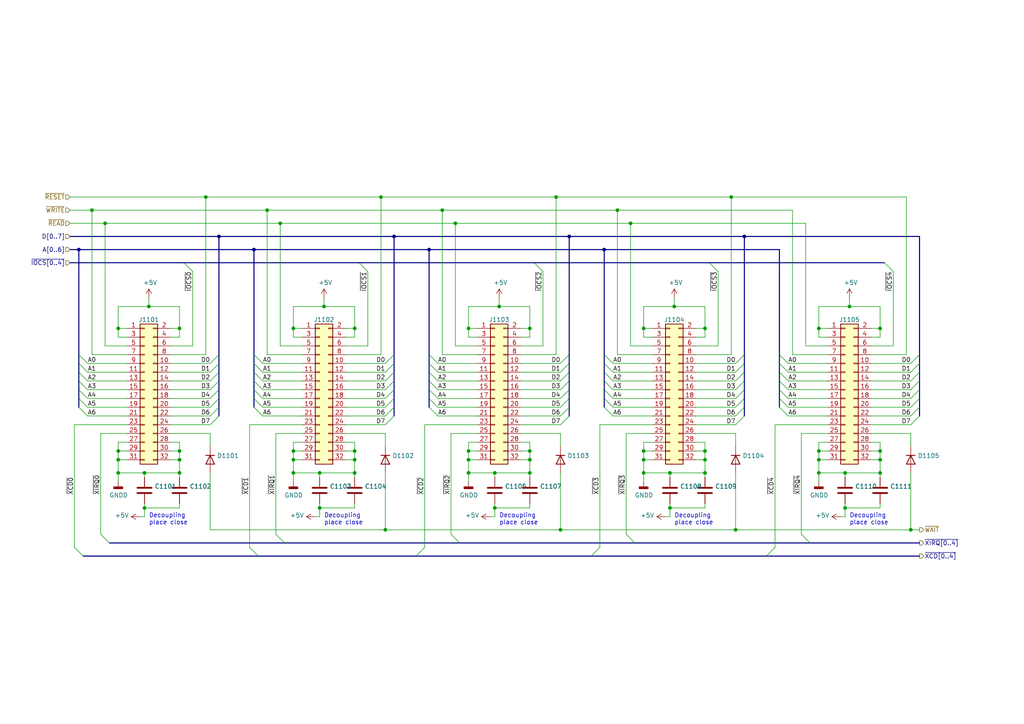
<source format=kicad_sch>
(kicad_sch (version 20211123) (generator eeschema)
  (paper "A4")
  (lib_symbols
    (symbol "Connector_Generic:Conn_02x16_Odd_Even" (pin_names (offset 1.016) hide)
      (property "Reference" "J" (at 1.27 20.32 0))
      (property "Value" "Conn_02x16_Odd_Even" (at 1.27 -22.86 0))
      (symbol "Conn_02x16_Odd_Even_1_1"
        (rectangle (start -1.27 -20.193) (end 0 -20.447) (stroke (width 0.1524)))
        (rectangle (start -1.27 -17.653) (end 0 -17.907) (stroke (width 0.1524)))
        (rectangle (start -1.27 -15.113) (end 0 -15.367) (stroke (width 0.1524)))
        (rectangle (start -1.27 -12.573) (end 0 -12.827) (stroke (width 0.1524)))
        (rectangle (start -1.27 -10.033) (end 0 -10.287) (stroke (width 0.1524)))
        (rectangle (start -1.27 -7.493) (end 0 -7.747) (stroke (width 0.1524)))
        (rectangle (start -1.27 -4.953) (end 0 -5.207) (stroke (width 0.1524)))
        (rectangle (start -1.27 -2.413) (end 0 -2.667) (stroke (width 0.1524)))
        (rectangle (start -1.27 0.127) (end 0 -0.127) (stroke (width 0.1524)))
        (rectangle (start -1.27 2.667) (end 0 2.413) (stroke (width 0.1524)))
        (rectangle (start -1.27 5.207) (end 0 4.953) (stroke (width 0.1524)))
        (rectangle (start -1.27 7.747) (end 0 7.493) (stroke (width 0.1524)))
        (rectangle (start -1.27 10.287) (end 0 10.033) (stroke (width 0.1524)))
        (rectangle (start -1.27 12.827) (end 0 12.573) (stroke (width 0.1524)))
        (rectangle (start -1.27 15.367) (end 0 15.113) (stroke (width 0.1524)))
        (rectangle (start -1.27 17.907) (end 0 17.653) (stroke (width 0.1524)))
        (rectangle (start -1.27 19.05) (end 3.81 -21.59) (stroke (width 0.254)) (fill (type background)))
        (rectangle (start 3.81 -20.193) (end 2.54 -20.447) (stroke (width 0.1524)))
        (rectangle (start 3.81 -17.653) (end 2.54 -17.907) (stroke (width 0.1524)))
        (rectangle (start 3.81 -15.113) (end 2.54 -15.367) (stroke (width 0.1524)))
        (rectangle (start 3.81 -12.573) (end 2.54 -12.827) (stroke (width 0.1524)))
        (rectangle (start 3.81 -10.033) (end 2.54 -10.287) (stroke (width 0.1524)))
        (rectangle (start 3.81 -7.493) (end 2.54 -7.747) (stroke (width 0.1524)))
        (rectangle (start 3.81 -4.953) (end 2.54 -5.207) (stroke (width 0.1524)))
        (rectangle (start 3.81 -2.413) (end 2.54 -2.667) (stroke (width 0.1524)))
        (rectangle (start 3.81 0.127) (end 2.54 -0.127) (stroke (width 0.1524)))
        (rectangle (start 3.81 2.667) (end 2.54 2.413) (stroke (width 0.1524)))
        (rectangle (start 3.81 5.207) (end 2.54 4.953) (stroke (width 0.1524)))
        (rectangle (start 3.81 7.747) (end 2.54 7.493) (stroke (width 0.1524)))
        (rectangle (start 3.81 10.287) (end 2.54 10.033) (stroke (width 0.1524)))
        (rectangle (start 3.81 12.827) (end 2.54 12.573) (stroke (width 0.1524)))
        (rectangle (start 3.81 15.367) (end 2.54 15.113) (stroke (width 0.1524)))
        (rectangle (start 3.81 17.907) (end 2.54 17.653) (stroke (width 0.1524)))
        (pin passive line (at -5.08 17.78 0) (length 3.81) (name "Pin_1") (number "1"))
        (pin passive line (at 7.62 7.62 180) (length 3.81) (name "Pin_10") (number "10"))
        (pin passive line (at -5.08 5.08 0) (length 3.81) (name "Pin_11") (number "11"))
        (pin passive line (at 7.62 5.08 180) (length 3.81) (name "Pin_12") (number "12"))
        (pin passive line (at -5.08 2.54 0) (length 3.81) (name "Pin_13") (number "13"))
        (pin passive line (at 7.62 2.54 180) (length 3.81) (name "Pin_14") (number "14"))
        (pin passive line (at -5.08 0 0) (length 3.81) (name "Pin_15") (number "15"))
        (pin passive line (at 7.62 0 180) (length 3.81) (name "Pin_16") (number "16"))
        (pin passive line (at -5.08 -2.54 0) (length 3.81) (name "Pin_17") (number "17"))
        (pin passive line (at 7.62 -2.54 180) (length 3.81) (name "Pin_18") (number "18"))
        (pin passive line (at -5.08 -5.08 0) (length 3.81) (name "Pin_19") (number "19"))
        (pin passive line (at 7.62 17.78 180) (length 3.81) (name "Pin_2") (number "2"))
        (pin passive line (at 7.62 -5.08 180) (length 3.81) (name "Pin_20") (number "20"))
        (pin passive line (at -5.08 -7.62 0) (length 3.81) (name "Pin_21") (number "21"))
        (pin passive line (at 7.62 -7.62 180) (length 3.81) (name "Pin_22") (number "22"))
        (pin passive line (at -5.08 -10.16 0) (length 3.81) (name "Pin_23") (number "23"))
        (pin passive line (at 7.62 -10.16 180) (length 3.81) (name "Pin_24") (number "24"))
        (pin passive line (at -5.08 -12.7 0) (length 3.81) (name "Pin_25") (number "25"))
        (pin passive line (at 7.62 -12.7 180) (length 3.81) (name "Pin_26") (number "26"))
        (pin passive line (at -5.08 -15.24 0) (length 3.81) (name "Pin_27") (number "27"))
        (pin passive line (at 7.62 -15.24 180) (length 3.81) (name "Pin_28") (number "28"))
        (pin passive line (at -5.08 -17.78 0) (length 3.81) (name "Pin_29") (number "29"))
        (pin passive line (at -5.08 15.24 0) (length 3.81) (name "Pin_3") (number "3"))
        (pin passive line (at 7.62 -17.78 180) (length 3.81) (name "Pin_30") (number "30"))
        (pin passive line (at -5.08 -20.32 0) (length 3.81) (name "Pin_31") (number "31"))
        (pin passive line (at 7.62 -20.32 180) (length 3.81) (name "Pin_32") (number "32"))
        (pin passive line (at 7.62 15.24 180) (length 3.81) (name "Pin_4") (number "4"))
        (pin passive line (at -5.08 12.7 0) (length 3.81) (name "Pin_5") (number "5"))
        (pin passive line (at 7.62 12.7 180) (length 3.81) (name "Pin_6") (number "6"))
        (pin passive line (at -5.08 10.16 0) (length 3.81) (name "Pin_7") (number "7"))
        (pin passive line (at 7.62 10.16 180) (length 3.81) (name "Pin_8") (number "8"))
        (pin passive line (at -5.08 7.62 0) (length 3.81) (name "Pin_9") (number "9"))
      )
    )
    (symbol "Device:C" (pin_numbers hide) (pin_names (offset 0.254))
      (property "Reference" "C" (at 0.635 2.54 0))
      (property "Value" "C" (at 0.635 -2.54 0))
      (symbol "C_0_1"
        (polyline (pts (xy -2.032 -0.762) (xy 2.032 -0.762)) (stroke (width 0.508)))
        (polyline (pts (xy -2.032 0.762) (xy 2.032 0.762)) (stroke (width 0.508)))
      )
      (symbol "C_1_1"
        (pin passive line (at 0 3.81 270) (length 2.794) (name "~") (number "1"))
        (pin passive line (at 0 -3.81 90) (length 2.794) (name "~") (number "2"))
      )
    )
    (symbol "Device:D" (pin_numbers hide) (pin_names (offset 1.016) hide)
      (property "Reference" "D" (at 0 2.54 0))
      (property "Value" "D" (at 0 -2.54 0))
      (symbol "D_0_1"
        (polyline (pts (xy -1.27 1.27) (xy -1.27 -1.27)) (stroke (width 0.254)))
        (polyline (pts (xy 1.27 0) (xy -1.27 0)))
        (polyline (pts (xy 1.27 1.27) (xy 1.27 -1.27) (xy -1.27 0) (xy 1.27 1.27)) (stroke (width 0.254)))
      )
      (symbol "D_1_1"
        (pin passive line (at -3.81 0 0) (length 2.54) (name "K") (number "1"))
        (pin passive line (at 3.81 0 180) (length 2.54) (name "A") (number "2"))
      )
    )
    (symbol "power:+5V" (power) (pin_names (offset 0))
      (property "Value" "+5V" (at 0 3.556 0))
      (symbol "+5V_0_1"
        (polyline (pts (xy -0.762 1.27) (xy 0 2.54)))
        (polyline (pts (xy 0 0) (xy 0 2.54)))
        (polyline (pts (xy 0 2.54) (xy 0.762 1.27)))
      )
      (symbol "+5V_1_1"
        (pin power_in line (at 0 0 90) (length 0) hide (name "+5V") (number "1"))
      )
    )
    (symbol "power:GNDD" (power) (pin_names (offset 0))
      (property "Value" "GNDD" (at 0 -3.175 0))
      (symbol "GNDD_0_1"
        (rectangle (start -1.27 -1.524) (end 1.27 -2.032) (stroke (width 0.254)) (fill (type outline)))
        (polyline (pts (xy 0 0) (xy 0 -1.524)))
      )
      (symbol "GNDD_1_1"
        (pin power_in line (at 0 0 270) (length 0) hide (name "GNDD") (number "1"))
      )
    )
  )
  (junction (at 237.49 95.25))
  (junction (at 132.08 64.77))
  (junction (at 59.69 57.15))
  (junction (at 63.5 68.58))
  (junction (at 52.07 130.81))
  (junction (at 102.87 130.81))
  (junction (at 153.67 130.81))
  (junction (at 204.47 130.81))
  (junction (at 195.58 88.9))
  (junction (at 153.67 137.16))
  (junction (at 213.36 153.67))
  (junction (at 111.76 153.67))
  (junction (at 255.27 137.16))
  (junction (at 135.89 95.25))
  (junction (at 186.69 137.16))
  (junction (at 128.27 60.96))
  (junction (at 161.29 57.15))
  (junction (at 30.48 64.77))
  (junction (at 110.49 57.15))
  (junction (at 22.86 72.39))
  (junction (at 186.69 130.81))
  (junction (at 135.89 137.16))
  (junction (at 85.09 133.35))
  (junction (at 41.91 147.32))
  (junction (at 34.29 137.16))
  (junction (at 153.67 133.35))
  (junction (at 135.89 130.81))
  (junction (at 255.27 95.25))
  (junction (at 52.07 137.16))
  (junction (at 245.11 147.32))
  (junction (at 73.66 72.39))
  (junction (at 194.31 147.32))
  (junction (at 144.78 88.9))
  (junction (at 34.29 95.25))
  (junction (at 237.49 137.16))
  (junction (at 215.9 68.58))
  (junction (at 204.47 137.16))
  (junction (at 102.87 137.16))
  (junction (at 85.09 137.16))
  (junction (at 93.98 88.9))
  (junction (at 182.88 64.77))
  (junction (at 81.28 64.77))
  (junction (at 255.27 130.81))
  (junction (at 237.49 130.81))
  (junction (at 52.07 133.35))
  (junction (at 194.31 137.16))
  (junction (at 165.1 68.58))
  (junction (at 26.67 60.96))
  (junction (at 85.09 130.81))
  (junction (at 237.49 133.35))
  (junction (at 85.09 95.25))
  (junction (at 92.71 137.16))
  (junction (at 186.69 133.35))
  (junction (at 245.11 137.16))
  (junction (at 41.91 137.16))
  (junction (at 175.26 72.39))
  (junction (at 246.38 88.9))
  (junction (at 143.51 147.32))
  (junction (at 264.16 153.67))
  (junction (at 114.3 68.58))
  (junction (at 124.46 72.39))
  (junction (at 34.29 130.81))
  (junction (at 92.71 147.32))
  (junction (at 204.47 133.35))
  (junction (at 34.29 133.35))
  (junction (at 102.87 133.35))
  (junction (at 162.56 153.67))
  (junction (at 212.09 57.15))
  (junction (at 179.07 60.96))
  (junction (at 52.07 95.25))
  (junction (at 135.89 133.35))
  (junction (at 43.18 88.9))
  (junction (at 204.47 95.25))
  (junction (at 255.27 133.35))
  (junction (at 143.51 137.16))
  (junction (at 186.69 95.25))
  (junction (at 153.67 95.25))
  (junction (at 102.87 95.25))
  (junction (at 77.47 60.96))
  (bus_entry (at 22.86 113.03) (size 2.54 2.54))
  (bus_entry (at 175.26 115.57) (size 2.54 2.54))
  (bus_entry (at 226.06 113.03) (size 2.54 2.54))
  (bus_entry (at 111.76 110.49) (size 2.54 -2.54))
  (bus_entry (at 264.16 118.11) (size 2.54 -2.54))
  (bus_entry (at 124.46 118.11) (size 2.54 2.54))
  (bus_entry (at 162.56 123.19) (size 2.54 -2.54))
  (bus_entry (at 82.55 157.48) (size -2.54 -2.54))
  (bus_entry (at 162.56 115.57) (size 2.54 -2.54))
  (bus_entry (at 175.26 107.95) (size 2.54 2.54))
  (bus_entry (at 175.26 110.49) (size 2.54 2.54))
  (bus_entry (at 213.36 105.41) (size 2.54 -2.54))
  (bus_entry (at 53.34 76.2) (size 2.54 2.54))
  (bus_entry (at 213.36 115.57) (size 2.54 -2.54))
  (bus_entry (at 226.06 110.49) (size 2.54 2.54))
  (bus_entry (at 213.36 123.19) (size 2.54 -2.54))
  (bus_entry (at 73.66 115.57) (size 2.54 2.54))
  (bus_entry (at 60.96 113.03) (size 2.54 -2.54))
  (bus_entry (at 111.76 118.11) (size 2.54 -2.54))
  (bus_entry (at 175.26 118.11) (size 2.54 2.54))
  (bus_entry (at 22.86 107.95) (size 2.54 2.54))
  (bus_entry (at 111.76 120.65) (size 2.54 -2.54))
  (bus_entry (at 60.96 115.57) (size 2.54 -2.54))
  (bus_entry (at 124.46 102.87) (size 2.54 2.54))
  (bus_entry (at 256.54 76.2) (size 2.54 2.54))
  (bus_entry (at 175.26 113.03) (size 2.54 2.54))
  (bus_entry (at 133.35 157.48) (size -2.54 -2.54))
  (bus_entry (at 264.16 120.65) (size 2.54 -2.54))
  (bus_entry (at 60.96 110.49) (size 2.54 -2.54))
  (bus_entry (at 226.06 115.57) (size 2.54 2.54))
  (bus_entry (at 264.16 105.41) (size 2.54 -2.54))
  (bus_entry (at 73.66 110.49) (size 2.54 2.54))
  (bus_entry (at 234.95 157.48) (size -2.54 -2.54))
  (bus_entry (at 73.66 105.41) (size 2.54 2.54))
  (bus_entry (at 124.46 115.57) (size 2.54 2.54))
  (bus_entry (at 162.56 110.49) (size 2.54 -2.54))
  (bus_entry (at 226.06 107.95) (size 2.54 2.54))
  (bus_entry (at 264.16 123.19) (size 2.54 -2.54))
  (bus_entry (at 162.56 120.65) (size 2.54 -2.54))
  (bus_entry (at 226.06 105.41) (size 2.54 2.54))
  (bus_entry (at 22.86 115.57) (size 2.54 2.54))
  (bus_entry (at 175.26 102.87) (size 2.54 2.54))
  (bus_entry (at 213.36 118.11) (size 2.54 -2.54))
  (bus_entry (at 162.56 113.03) (size 2.54 -2.54))
  (bus_entry (at 31.75 157.48) (size -2.54 -2.54))
  (bus_entry (at 60.96 123.19) (size 2.54 -2.54))
  (bus_entry (at 205.74 76.2) (size 2.54 2.54))
  (bus_entry (at 124.46 107.95) (size 2.54 2.54))
  (bus_entry (at 171.45 161.29) (size 2.54 -2.54))
  (bus_entry (at 111.76 113.03) (size 2.54 -2.54))
  (bus_entry (at 73.66 113.03) (size 2.54 2.54))
  (bus_entry (at 213.36 113.03) (size 2.54 -2.54))
  (bus_entry (at 111.76 115.57) (size 2.54 -2.54))
  (bus_entry (at 213.36 120.65) (size 2.54 -2.54))
  (bus_entry (at 74.93 161.29) (size -2.54 -2.54))
  (bus_entry (at 104.14 76.2) (size 2.54 2.54))
  (bus_entry (at 60.96 120.65) (size 2.54 -2.54))
  (bus_entry (at 73.66 118.11) (size 2.54 2.54))
  (bus_entry (at 213.36 107.95) (size 2.54 -2.54))
  (bus_entry (at 264.16 113.03) (size 2.54 -2.54))
  (bus_entry (at 175.26 105.41) (size 2.54 2.54))
  (bus_entry (at 222.25 161.29) (size 2.54 -2.54))
  (bus_entry (at 22.86 118.11) (size 2.54 2.54))
  (bus_entry (at 123.19 158.75) (size -2.54 2.54))
  (bus_entry (at 226.06 102.87) (size 2.54 2.54))
  (bus_entry (at 60.96 105.41) (size 2.54 -2.54))
  (bus_entry (at 21.59 158.75) (size 2.54 2.54))
  (bus_entry (at 154.94 76.2) (size 2.54 2.54))
  (bus_entry (at 162.56 118.11) (size 2.54 -2.54))
  (bus_entry (at 226.06 118.11) (size 2.54 2.54))
  (bus_entry (at 162.56 105.41) (size 2.54 -2.54))
  (bus_entry (at 60.96 118.11) (size 2.54 -2.54))
  (bus_entry (at 111.76 107.95) (size 2.54 -2.54))
  (bus_entry (at 124.46 105.41) (size 2.54 2.54))
  (bus_entry (at 213.36 110.49) (size 2.54 -2.54))
  (bus_entry (at 124.46 110.49) (size 2.54 2.54))
  (bus_entry (at 60.96 107.95) (size 2.54 -2.54))
  (bus_entry (at 162.56 107.95) (size 2.54 -2.54))
  (bus_entry (at 264.16 110.49) (size 2.54 -2.54))
  (bus_entry (at 264.16 115.57) (size 2.54 -2.54))
  (bus_entry (at 22.86 110.49) (size 2.54 2.54))
  (bus_entry (at 111.76 123.19) (size 2.54 -2.54))
  (bus_entry (at 73.66 102.87) (size 2.54 2.54))
  (bus_entry (at 264.16 107.95) (size 2.54 -2.54))
  (bus_entry (at 111.76 105.41) (size 2.54 -2.54))
  (bus_entry (at 73.66 107.95) (size 2.54 2.54))
  (bus_entry (at 184.15 157.48) (size -2.54 -2.54))
  (bus_entry (at 124.46 113.03) (size 2.54 2.54))
  (bus_entry (at 22.86 102.87) (size 2.54 2.54))
  (bus_entry (at 22.86 105.41) (size 2.54 2.54))
  (wire (pts (xy 102.87 138.43) (xy 102.87 137.16)))
  (wire (pts (xy 49.53 97.79) (xy 52.07 97.79)))
  (bus (pts (xy 53.34 76.2) (xy 104.14 76.2)))
  (wire (pts (xy 59.69 57.15) (xy 110.49 57.15)))
  (wire (pts (xy 36.83 130.81) (xy 34.29 130.81)))
  (wire (pts (xy 130.81 154.94) (xy 130.81 125.73)))
  (wire (pts (xy 151.13 128.27) (xy 153.67 128.27)))
  (wire (pts (xy 36.83 133.35) (xy 34.29 133.35)))
  (wire (pts (xy 161.29 102.87) (xy 151.13 102.87)))
  (wire (pts (xy 195.58 86.36) (xy 195.58 88.9)))
  (wire (pts (xy 92.71 137.16) (xy 102.87 137.16)))
  (wire (pts (xy 189.23 97.79) (xy 186.69 97.79)))
  (wire (pts (xy 93.98 86.36) (xy 93.98 88.9)))
  (bus (pts (xy 165.1 102.87) (xy 165.1 105.41)))
  (bus (pts (xy 22.86 115.57) (xy 22.86 118.11)))
  (wire (pts (xy 186.69 137.16) (xy 194.31 137.16)))
  (bus (pts (xy 165.1 115.57) (xy 165.1 118.11)))
  (wire (pts (xy 177.8 115.57) (xy 189.23 115.57)))
  (bus (pts (xy 63.5 115.57) (xy 63.5 118.11)))
  (wire (pts (xy 264.16 115.57) (xy 252.73 115.57)))
  (wire (pts (xy 40.64 149.86) (xy 41.91 149.86)))
  (wire (pts (xy 130.81 125.73) (xy 138.43 125.73)))
  (wire (pts (xy 87.63 107.95) (xy 76.2 107.95)))
  (wire (pts (xy 264.16 110.49) (xy 252.73 110.49)))
  (wire (pts (xy 161.29 57.15) (xy 161.29 102.87)))
  (bus (pts (xy 114.3 102.87) (xy 114.3 105.41)))
  (wire (pts (xy 213.36 110.49) (xy 201.93 110.49)))
  (bus (pts (xy 171.45 161.29) (xy 222.25 161.29)))
  (wire (pts (xy 60.96 110.49) (xy 49.53 110.49)))
  (wire (pts (xy 20.32 60.96) (xy 26.67 60.96)))
  (wire (pts (xy 43.18 88.9) (xy 52.07 88.9)))
  (wire (pts (xy 204.47 95.25) (xy 204.47 88.9)))
  (bus (pts (xy 22.86 102.87) (xy 22.86 105.41)))
  (wire (pts (xy 213.36 120.65) (xy 201.93 120.65)))
  (wire (pts (xy 157.48 100.33) (xy 151.13 100.33)))
  (wire (pts (xy 110.49 102.87) (xy 100.33 102.87)))
  (wire (pts (xy 49.53 95.25) (xy 52.07 95.25)))
  (wire (pts (xy 173.99 123.19) (xy 189.23 123.19)))
  (wire (pts (xy 201.93 133.35) (xy 204.47 133.35)))
  (wire (pts (xy 153.67 133.35) (xy 153.67 137.16)))
  (bus (pts (xy 226.06 102.87) (xy 226.06 105.41)))
  (wire (pts (xy 138.43 97.79) (xy 135.89 97.79)))
  (wire (pts (xy 142.24 149.86) (xy 143.51 149.86)))
  (wire (pts (xy 34.29 137.16) (xy 41.91 137.16)))
  (wire (pts (xy 262.89 102.87) (xy 252.73 102.87)))
  (bus (pts (xy 114.3 110.49) (xy 114.3 113.03)))
  (bus (pts (xy 114.3 107.95) (xy 114.3 110.49)))
  (bus (pts (xy 266.7 105.41) (xy 266.7 107.95)))
  (wire (pts (xy 151.13 130.81) (xy 153.67 130.81)))
  (bus (pts (xy 124.46 72.39) (xy 124.46 102.87)))
  (wire (pts (xy 259.08 100.33) (xy 252.73 100.33)))
  (bus (pts (xy 114.3 113.03) (xy 114.3 115.57)))
  (bus (pts (xy 124.46 102.87) (xy 124.46 105.41)))
  (wire (pts (xy 85.09 88.9) (xy 93.98 88.9)))
  (wire (pts (xy 240.03 95.25) (xy 237.49 95.25)))
  (wire (pts (xy 213.36 125.73) (xy 213.36 129.54)))
  (bus (pts (xy 226.06 110.49) (xy 226.06 113.03)))
  (wire (pts (xy 26.67 60.96) (xy 26.67 102.87)))
  (wire (pts (xy 60.96 125.73) (xy 49.53 125.73)))
  (wire (pts (xy 255.27 97.79) (xy 255.27 95.25)))
  (bus (pts (xy 104.14 76.2) (xy 154.94 76.2)))
  (wire (pts (xy 255.27 130.81) (xy 255.27 133.35)))
  (wire (pts (xy 87.63 133.35) (xy 85.09 133.35)))
  (wire (pts (xy 135.89 137.16) (xy 143.51 137.16)))
  (wire (pts (xy 232.41 154.94) (xy 232.41 125.73)))
  (wire (pts (xy 102.87 133.35) (xy 102.87 137.16)))
  (wire (pts (xy 144.78 88.9) (xy 153.67 88.9)))
  (wire (pts (xy 111.76 118.11) (xy 100.33 118.11)))
  (bus (pts (xy 175.26 107.95) (xy 175.26 110.49)))
  (wire (pts (xy 189.23 107.95) (xy 177.8 107.95)))
  (bus (pts (xy 226.06 107.95) (xy 226.06 110.49)))
  (wire (pts (xy 59.69 57.15) (xy 59.69 102.87)))
  (wire (pts (xy 100.33 128.27) (xy 102.87 128.27)))
  (bus (pts (xy 266.7 107.95) (xy 266.7 110.49)))
  (wire (pts (xy 208.28 100.33) (xy 201.93 100.33)))
  (wire (pts (xy 162.56 125.73) (xy 162.56 129.54)))
  (wire (pts (xy 85.09 137.16) (xy 92.71 137.16)))
  (wire (pts (xy 30.48 64.77) (xy 30.48 100.33)))
  (wire (pts (xy 25.4 110.49) (xy 36.83 110.49)))
  (wire (pts (xy 43.18 86.36) (xy 43.18 88.9)))
  (wire (pts (xy 237.49 133.35) (xy 237.49 137.16)))
  (wire (pts (xy 102.87 128.27) (xy 102.87 130.81)))
  (wire (pts (xy 127 115.57) (xy 138.43 115.57)))
  (wire (pts (xy 77.47 102.87) (xy 87.63 102.87)))
  (wire (pts (xy 186.69 95.25) (xy 186.69 88.9)))
  (wire (pts (xy 189.23 95.25) (xy 186.69 95.25)))
  (wire (pts (xy 21.59 158.75) (xy 21.59 123.19)))
  (wire (pts (xy 245.11 137.16) (xy 255.27 137.16)))
  (wire (pts (xy 127 105.41) (xy 138.43 105.41)))
  (wire (pts (xy 55.88 100.33) (xy 49.53 100.33)))
  (wire (pts (xy 232.41 125.73) (xy 240.03 125.73)))
  (bus (pts (xy 175.26 105.41) (xy 175.26 107.95)))
  (wire (pts (xy 41.91 146.05) (xy 41.91 147.32)))
  (wire (pts (xy 204.47 97.79) (xy 204.47 95.25)))
  (wire (pts (xy 151.13 97.79) (xy 153.67 97.79)))
  (wire (pts (xy 213.36 118.11) (xy 201.93 118.11)))
  (wire (pts (xy 213.36 107.95) (xy 201.93 107.95)))
  (wire (pts (xy 143.51 146.05) (xy 143.51 147.32)))
  (wire (pts (xy 106.68 78.74) (xy 106.68 100.33)))
  (wire (pts (xy 30.48 64.77) (xy 81.28 64.77)))
  (wire (pts (xy 76.2 115.57) (xy 87.63 115.57)))
  (wire (pts (xy 87.63 97.79) (xy 85.09 97.79)))
  (wire (pts (xy 100.33 133.35) (xy 102.87 133.35)))
  (wire (pts (xy 52.07 95.25) (xy 52.07 88.9)))
  (bus (pts (xy 63.5 102.87) (xy 63.5 105.41)))
  (bus (pts (xy 22.86 110.49) (xy 22.86 113.03)))
  (bus (pts (xy 24.13 161.29) (xy 74.93 161.29)))
  (wire (pts (xy 26.67 60.96) (xy 77.47 60.96)))
  (bus (pts (xy 63.5 68.58) (xy 114.3 68.58)))
  (wire (pts (xy 111.76 125.73) (xy 100.33 125.73)))
  (wire (pts (xy 87.63 95.25) (xy 85.09 95.25)))
  (wire (pts (xy 189.23 125.73) (xy 181.61 125.73)))
  (wire (pts (xy 111.76 115.57) (xy 100.33 115.57)))
  (wire (pts (xy 173.99 158.75) (xy 173.99 123.19)))
  (bus (pts (xy 266.7 68.58) (xy 266.7 102.87)))
  (wire (pts (xy 102.87 95.25) (xy 102.87 88.9)))
  (bus (pts (xy 215.9 102.87) (xy 215.9 105.41)))
  (bus (pts (xy 63.5 68.58) (xy 63.5 102.87)))
  (wire (pts (xy 189.23 130.81) (xy 186.69 130.81)))
  (wire (pts (xy 186.69 97.79) (xy 186.69 95.25)))
  (wire (pts (xy 135.89 139.7) (xy 135.89 137.16)))
  (wire (pts (xy 34.29 88.9) (xy 43.18 88.9)))
  (wire (pts (xy 36.83 125.73) (xy 29.21 125.73)))
  (wire (pts (xy 41.91 137.16) (xy 52.07 137.16)))
  (wire (pts (xy 132.08 64.77) (xy 132.08 100.33)))
  (bus (pts (xy 175.26 72.39) (xy 175.26 102.87)))
  (wire (pts (xy 179.07 60.96) (xy 229.87 60.96)))
  (wire (pts (xy 34.29 97.79) (xy 34.29 95.25)))
  (wire (pts (xy 228.6 115.57) (xy 240.03 115.57)))
  (wire (pts (xy 204.47 128.27) (xy 204.47 130.81)))
  (wire (pts (xy 162.56 137.16) (xy 162.56 153.67)))
  (wire (pts (xy 49.53 128.27) (xy 52.07 128.27)))
  (wire (pts (xy 60.96 115.57) (xy 49.53 115.57)))
  (wire (pts (xy 60.96 120.65) (xy 49.53 120.65)))
  (wire (pts (xy 52.07 147.32) (xy 52.07 146.05)))
  (bus (pts (xy 215.9 107.95) (xy 215.9 110.49)))
  (wire (pts (xy 237.49 95.25) (xy 237.49 88.9)))
  (wire (pts (xy 237.49 130.81) (xy 237.49 133.35)))
  (bus (pts (xy 73.66 72.39) (xy 124.46 72.39)))
  (wire (pts (xy 204.47 133.35) (xy 204.47 137.16)))
  (wire (pts (xy 193.04 149.86) (xy 194.31 149.86)))
  (wire (pts (xy 36.83 97.79) (xy 34.29 97.79)))
  (wire (pts (xy 111.76 125.73) (xy 111.76 129.54)))
  (wire (pts (xy 162.56 105.41) (xy 151.13 105.41)))
  (bus (pts (xy 22.86 72.39) (xy 73.66 72.39)))
  (wire (pts (xy 189.23 118.11) (xy 177.8 118.11)))
  (bus (pts (xy 222.25 161.29) (xy 266.7 161.29)))
  (wire (pts (xy 153.67 130.81) (xy 153.67 133.35)))
  (wire (pts (xy 245.11 149.86) (xy 245.11 147.32)))
  (bus (pts (xy 175.26 102.87) (xy 175.26 105.41)))
  (wire (pts (xy 85.09 97.79) (xy 85.09 95.25)))
  (wire (pts (xy 135.89 130.81) (xy 135.89 133.35)))
  (bus (pts (xy 154.94 76.2) (xy 205.74 76.2)))
  (bus (pts (xy 22.86 105.41) (xy 22.86 107.95)))
  (wire (pts (xy 25.4 105.41) (xy 36.83 105.41)))
  (wire (pts (xy 36.83 113.03) (xy 25.4 113.03)))
  (wire (pts (xy 143.51 138.43) (xy 143.51 137.16)))
  (wire (pts (xy 245.11 138.43) (xy 245.11 137.16)))
  (wire (pts (xy 255.27 133.35) (xy 255.27 137.16)))
  (wire (pts (xy 111.76 113.03) (xy 100.33 113.03)))
  (bus (pts (xy 73.66 102.87) (xy 73.66 105.41)))
  (wire (pts (xy 186.69 128.27) (xy 186.69 130.81)))
  (wire (pts (xy 204.47 138.43) (xy 204.47 137.16)))
  (bus (pts (xy 266.7 113.03) (xy 266.7 115.57)))
  (wire (pts (xy 245.11 146.05) (xy 245.11 147.32)))
  (wire (pts (xy 213.36 115.57) (xy 201.93 115.57)))
  (wire (pts (xy 240.03 128.27) (xy 237.49 128.27)))
  (wire (pts (xy 102.87 130.81) (xy 102.87 133.35)))
  (wire (pts (xy 60.96 137.16) (xy 60.96 153.67)))
  (wire (pts (xy 162.56 107.95) (xy 151.13 107.95)))
  (wire (pts (xy 240.03 107.95) (xy 228.6 107.95)))
  (bus (pts (xy 63.5 107.95) (xy 63.5 110.49)))
  (bus (pts (xy 215.9 115.57) (xy 215.9 118.11)))
  (wire (pts (xy 181.61 154.94) (xy 181.61 125.73)))
  (wire (pts (xy 138.43 95.25) (xy 135.89 95.25)))
  (wire (pts (xy 243.84 149.86) (xy 245.11 149.86)))
  (wire (pts (xy 153.67 97.79) (xy 153.67 95.25)))
  (bus (pts (xy 73.66 105.41) (xy 73.66 107.95)))
  (bus (pts (xy 74.93 161.29) (xy 120.65 161.29)))
  (wire (pts (xy 85.09 95.25) (xy 85.09 88.9)))
  (wire (pts (xy 162.56 123.19) (xy 151.13 123.19)))
  (wire (pts (xy 151.13 133.35) (xy 153.67 133.35)))
  (wire (pts (xy 34.29 95.25) (xy 34.29 88.9)))
  (wire (pts (xy 194.31 147.32) (xy 204.47 147.32)))
  (wire (pts (xy 233.68 100.33) (xy 240.03 100.33)))
  (wire (pts (xy 213.36 153.67) (xy 264.16 153.67)))
  (bus (pts (xy 124.46 110.49) (xy 124.46 113.03)))
  (wire (pts (xy 229.87 60.96) (xy 229.87 102.87)))
  (wire (pts (xy 87.63 128.27) (xy 85.09 128.27)))
  (wire (pts (xy 229.87 102.87) (xy 240.03 102.87)))
  (wire (pts (xy 100.33 95.25) (xy 102.87 95.25)))
  (bus (pts (xy 215.9 113.03) (xy 215.9 115.57)))
  (wire (pts (xy 80.01 154.94) (xy 80.01 125.73)))
  (wire (pts (xy 138.43 128.27) (xy 135.89 128.27)))
  (bus (pts (xy 114.3 68.58) (xy 114.3 102.87)))
  (wire (pts (xy 36.83 118.11) (xy 25.4 118.11)))
  (wire (pts (xy 213.36 137.16) (xy 213.36 153.67)))
  (wire (pts (xy 52.07 130.81) (xy 52.07 133.35)))
  (wire (pts (xy 194.31 146.05) (xy 194.31 147.32)))
  (bus (pts (xy 63.5 113.03) (xy 63.5 115.57)))
  (wire (pts (xy 21.59 123.19) (xy 36.83 123.19)))
  (wire (pts (xy 264.16 105.41) (xy 252.73 105.41)))
  (wire (pts (xy 144.78 86.36) (xy 144.78 88.9)))
  (wire (pts (xy 77.47 60.96) (xy 128.27 60.96)))
  (wire (pts (xy 52.07 97.79) (xy 52.07 95.25)))
  (wire (pts (xy 151.13 95.25) (xy 153.67 95.25)))
  (wire (pts (xy 237.49 88.9) (xy 246.38 88.9)))
  (wire (pts (xy 240.03 113.03) (xy 228.6 113.03)))
  (wire (pts (xy 237.49 128.27) (xy 237.49 130.81)))
  (wire (pts (xy 264.16 123.19) (xy 252.73 123.19)))
  (wire (pts (xy 189.23 113.03) (xy 177.8 113.03)))
  (wire (pts (xy 55.88 78.74) (xy 55.88 100.33)))
  (wire (pts (xy 162.56 125.73) (xy 151.13 125.73)))
  (wire (pts (xy 212.09 57.15) (xy 212.09 102.87)))
  (bus (pts (xy 266.7 102.87) (xy 266.7 105.41)))
  (bus (pts (xy 124.46 72.39) (xy 175.26 72.39)))
  (wire (pts (xy 186.69 88.9) (xy 195.58 88.9)))
  (wire (pts (xy 237.49 97.79) (xy 237.49 95.25)))
  (wire (pts (xy 153.67 138.43) (xy 153.67 137.16)))
  (bus (pts (xy 73.66 107.95) (xy 73.66 110.49)))
  (wire (pts (xy 135.89 97.79) (xy 135.89 95.25)))
  (wire (pts (xy 162.56 115.57) (xy 151.13 115.57)))
  (wire (pts (xy 228.6 105.41) (xy 240.03 105.41)))
  (wire (pts (xy 213.36 113.03) (xy 201.93 113.03)))
  (bus (pts (xy 215.9 68.58) (xy 266.7 68.58)))
  (bus (pts (xy 20.32 72.39) (xy 22.86 72.39)))
  (wire (pts (xy 20.32 64.77) (xy 30.48 64.77)))
  (wire (pts (xy 143.51 137.16) (xy 153.67 137.16)))
  (wire (pts (xy 162.56 110.49) (xy 151.13 110.49)))
  (bus (pts (xy 114.3 68.58) (xy 165.1 68.58)))
  (wire (pts (xy 252.73 130.81) (xy 255.27 130.81)))
  (bus (pts (xy 175.26 110.49) (xy 175.26 113.03)))
  (wire (pts (xy 264.16 113.03) (xy 252.73 113.03)))
  (wire (pts (xy 123.19 158.75) (xy 123.19 123.19)))
  (bus (pts (xy 165.1 68.58) (xy 215.9 68.58)))
  (wire (pts (xy 252.73 95.25) (xy 255.27 95.25)))
  (bus (pts (xy 63.5 105.41) (xy 63.5 107.95)))
  (bus (pts (xy 215.9 105.41) (xy 215.9 107.95)))
  (wire (pts (xy 157.48 78.74) (xy 157.48 100.33)))
  (bus (pts (xy 82.55 157.48) (xy 133.35 157.48)))
  (wire (pts (xy 25.4 115.57) (xy 36.83 115.57)))
  (bus (pts (xy 20.32 76.2) (xy 53.34 76.2)))
  (wire (pts (xy 204.47 130.81) (xy 204.47 133.35)))
  (wire (pts (xy 240.03 118.11) (xy 228.6 118.11)))
  (wire (pts (xy 135.89 95.25) (xy 135.89 88.9)))
  (wire (pts (xy 255.27 128.27) (xy 255.27 130.81)))
  (bus (pts (xy 22.86 113.03) (xy 22.86 115.57)))
  (wire (pts (xy 177.8 105.41) (xy 189.23 105.41)))
  (wire (pts (xy 41.91 149.86) (xy 41.91 147.32)))
  (wire (pts (xy 110.49 57.15) (xy 161.29 57.15)))
  (wire (pts (xy 36.83 107.95) (xy 25.4 107.95)))
  (wire (pts (xy 252.73 97.79) (xy 255.27 97.79)))
  (wire (pts (xy 213.36 125.73) (xy 201.93 125.73)))
  (wire (pts (xy 204.47 147.32) (xy 204.47 146.05)))
  (wire (pts (xy 60.96 125.73) (xy 60.96 129.54)))
  (wire (pts (xy 92.71 149.86) (xy 92.71 147.32)))
  (bus (pts (xy 184.15 157.48) (xy 234.95 157.48)))
  (wire (pts (xy 138.43 118.11) (xy 127 118.11)))
  (bus (pts (xy 124.46 115.57) (xy 124.46 118.11)))
  (wire (pts (xy 132.08 100.33) (xy 138.43 100.33)))
  (wire (pts (xy 201.93 95.25) (xy 204.47 95.25)))
  (wire (pts (xy 182.88 64.77) (xy 182.88 100.33)))
  (wire (pts (xy 208.28 78.74) (xy 208.28 100.33)))
  (wire (pts (xy 36.83 95.25) (xy 34.29 95.25)))
  (wire (pts (xy 233.68 64.77) (xy 233.68 100.33)))
  (wire (pts (xy 92.71 146.05) (xy 92.71 147.32)))
  (wire (pts (xy 240.03 97.79) (xy 237.49 97.79)))
  (bus (pts (xy 22.86 72.39) (xy 22.86 102.87)))
  (wire (pts (xy 194.31 138.43) (xy 194.31 137.16)))
  (wire (pts (xy 111.76 110.49) (xy 100.33 110.49)))
  (bus (pts (xy 31.75 157.48) (xy 82.55 157.48)))
  (wire (pts (xy 111.76 137.16) (xy 111.76 153.67)))
  (wire (pts (xy 177.8 110.49) (xy 189.23 110.49)))
  (wire (pts (xy 127 110.49) (xy 138.43 110.49)))
  (wire (pts (xy 41.91 147.32) (xy 52.07 147.32)))
  (wire (pts (xy 138.43 107.95) (xy 127 107.95)))
  (wire (pts (xy 100.33 130.81) (xy 102.87 130.81)))
  (wire (pts (xy 201.93 130.81) (xy 204.47 130.81)))
  (wire (pts (xy 246.38 88.9) (xy 255.27 88.9)))
  (bus (pts (xy 175.26 72.39) (xy 226.06 72.39)))
  (wire (pts (xy 77.47 60.96) (xy 77.47 102.87)))
  (wire (pts (xy 60.96 113.03) (xy 49.53 113.03)))
  (wire (pts (xy 52.07 138.43) (xy 52.07 137.16)))
  (wire (pts (xy 194.31 137.16) (xy 204.47 137.16)))
  (wire (pts (xy 135.89 133.35) (xy 135.89 137.16)))
  (wire (pts (xy 255.27 95.25) (xy 255.27 88.9)))
  (wire (pts (xy 60.96 118.11) (xy 49.53 118.11)))
  (wire (pts (xy 182.88 64.77) (xy 132.08 64.77)))
  (wire (pts (xy 224.79 123.19) (xy 240.03 123.19)))
  (bus (pts (xy 165.1 107.95) (xy 165.1 110.49)))
  (wire (pts (xy 153.67 128.27) (xy 153.67 130.81)))
  (wire (pts (xy 36.83 128.27) (xy 34.29 128.27)))
  (wire (pts (xy 264.16 137.16) (xy 264.16 153.67)))
  (wire (pts (xy 259.08 78.74) (xy 259.08 100.33)))
  (wire (pts (xy 52.07 133.35) (xy 52.07 137.16)))
  (wire (pts (xy 110.49 57.15) (xy 110.49 102.87)))
  (wire (pts (xy 228.6 120.65) (xy 240.03 120.65)))
  (wire (pts (xy 138.43 130.81) (xy 135.89 130.81)))
  (wire (pts (xy 81.28 100.33) (xy 87.63 100.33)))
  (wire (pts (xy 102.87 147.32) (xy 102.87 146.05)))
  (wire (pts (xy 34.29 133.35) (xy 34.29 137.16)))
  (wire (pts (xy 49.53 133.35) (xy 52.07 133.35)))
  (wire (pts (xy 72.39 158.75) (xy 72.39 123.19)))
  (wire (pts (xy 264.16 125.73) (xy 264.16 129.54)))
  (wire (pts (xy 153.67 147.32) (xy 153.67 146.05)))
  (wire (pts (xy 135.89 128.27) (xy 135.89 130.81)))
  (wire (pts (xy 123.19 123.19) (xy 138.43 123.19)))
  (wire (pts (xy 59.69 102.87) (xy 49.53 102.87)))
  (wire (pts (xy 252.73 128.27) (xy 255.27 128.27)))
  (bus (pts (xy 114.3 118.11) (xy 114.3 120.65)))
  (bus (pts (xy 226.06 113.03) (xy 226.06 115.57)))
  (wire (pts (xy 201.93 128.27) (xy 204.47 128.27)))
  (bus (pts (xy 205.74 76.2) (xy 256.54 76.2)))
  (wire (pts (xy 213.36 123.19) (xy 201.93 123.19)))
  (wire (pts (xy 233.68 64.77) (xy 182.88 64.77)))
  (wire (pts (xy 34.29 139.7) (xy 34.29 137.16)))
  (bus (pts (xy 175.26 115.57) (xy 175.26 118.11)))
  (wire (pts (xy 60.96 123.19) (xy 49.53 123.19)))
  (wire (pts (xy 237.49 139.7) (xy 237.49 137.16)))
  (wire (pts (xy 246.38 86.36) (xy 246.38 88.9)))
  (wire (pts (xy 212.09 57.15) (xy 262.89 57.15)))
  (wire (pts (xy 135.89 88.9) (xy 144.78 88.9)))
  (bus (pts (xy 114.3 105.41) (xy 114.3 107.95)))
  (bus (pts (xy 63.5 118.11) (xy 63.5 120.65)))
  (wire (pts (xy 194.31 149.86) (xy 194.31 147.32)))
  (bus (pts (xy 114.3 115.57) (xy 114.3 118.11)))
  (wire (pts (xy 49.53 130.81) (xy 52.07 130.81)))
  (bus (pts (xy 226.06 115.57) (xy 226.06 118.11)))
  (wire (pts (xy 76.2 105.41) (xy 87.63 105.41)))
  (wire (pts (xy 189.23 128.27) (xy 186.69 128.27)))
  (wire (pts (xy 81.28 64.77) (xy 132.08 64.77)))
  (wire (pts (xy 93.98 88.9) (xy 102.87 88.9)))
  (bus (pts (xy 165.1 110.49) (xy 165.1 113.03)))
  (bus (pts (xy 20.32 68.58) (xy 63.5 68.58)))
  (wire (pts (xy 80.01 125.73) (xy 87.63 125.73)))
  (wire (pts (xy 41.91 138.43) (xy 41.91 137.16)))
  (wire (pts (xy 255.27 147.32) (xy 255.27 146.05)))
  (wire (pts (xy 106.68 100.33) (xy 100.33 100.33)))
  (wire (pts (xy 76.2 120.65) (xy 87.63 120.65)))
  (wire (pts (xy 111.76 120.65) (xy 100.33 120.65)))
  (wire (pts (xy 138.43 133.35) (xy 135.89 133.35)))
  (wire (pts (xy 30.48 100.33) (xy 36.83 100.33)))
  (bus (pts (xy 266.7 118.11) (xy 266.7 120.65)))
  (wire (pts (xy 262.89 57.15) (xy 262.89 102.87)))
  (bus (pts (xy 175.26 113.03) (xy 175.26 115.57)))
  (wire (pts (xy 60.96 107.95) (xy 49.53 107.95)))
  (wire (pts (xy 34.29 130.81) (xy 34.29 133.35)))
  (wire (pts (xy 212.09 102.87) (xy 201.93 102.87)))
  (wire (pts (xy 162.56 153.67) (xy 111.76 153.67)))
  (bus (pts (xy 234.95 157.48) (xy 266.7 157.48)))
  (wire (pts (xy 92.71 147.32) (xy 102.87 147.32)))
  (wire (pts (xy 177.8 120.65) (xy 189.23 120.65)))
  (bus (pts (xy 215.9 110.49) (xy 215.9 113.03)))
  (wire (pts (xy 143.51 149.86) (xy 143.51 147.32)))
  (wire (pts (xy 87.63 118.11) (xy 76.2 118.11)))
  (wire (pts (xy 240.03 133.35) (xy 237.49 133.35)))
  (bus (pts (xy 266.7 110.49) (xy 266.7 113.03)))
  (bus (pts (xy 124.46 113.03) (xy 124.46 115.57)))
  (wire (pts (xy 85.09 133.35) (xy 85.09 137.16)))
  (wire (pts (xy 138.43 113.03) (xy 127 113.03)))
  (wire (pts (xy 266.7 153.67) (xy 264.16 153.67)))
  (bus (pts (xy 124.46 107.95) (xy 124.46 110.49)))
  (wire (pts (xy 111.76 153.67) (xy 60.96 153.67)))
  (wire (pts (xy 189.23 133.35) (xy 186.69 133.35)))
  (bus (pts (xy 215.9 68.58) (xy 215.9 102.87)))
  (bus (pts (xy 165.1 113.03) (xy 165.1 115.57)))
  (wire (pts (xy 111.76 123.19) (xy 100.33 123.19)))
  (wire (pts (xy 111.76 107.95) (xy 100.33 107.95)))
  (wire (pts (xy 213.36 105.41) (xy 201.93 105.41)))
  (wire (pts (xy 85.09 139.7) (xy 85.09 137.16)))
  (wire (pts (xy 245.11 147.32) (xy 255.27 147.32)))
  (wire (pts (xy 128.27 60.96) (xy 179.07 60.96)))
  (wire (pts (xy 143.51 147.32) (xy 153.67 147.32)))
  (wire (pts (xy 179.07 102.87) (xy 189.23 102.87)))
  (wire (pts (xy 264.16 125.73) (xy 252.73 125.73)))
  (wire (pts (xy 213.36 153.67) (xy 162.56 153.67)))
  (bus (pts (xy 266.7 115.57) (xy 266.7 118.11)))
  (wire (pts (xy 87.63 130.81) (xy 85.09 130.81)))
  (wire (pts (xy 186.69 130.81) (xy 186.69 133.35)))
  (wire (pts (xy 179.07 60.96) (xy 179.07 102.87)))
  (wire (pts (xy 186.69 139.7) (xy 186.69 137.16)))
  (wire (pts (xy 81.28 64.77) (xy 81.28 100.33)))
  (wire (pts (xy 85.09 130.81) (xy 85.09 133.35)))
  (wire (pts (xy 264.16 107.95) (xy 252.73 107.95)))
  (wire (pts (xy 161.29 57.15) (xy 212.09 57.15)))
  (bus (pts (xy 133.35 157.48) (xy 184.15 157.48)))
  (wire (pts (xy 153.67 95.25) (xy 153.67 88.9)))
  (wire (pts (xy 52.07 128.27) (xy 52.07 130.81)))
  (wire (pts (xy 252.73 133.35) (xy 255.27 133.35)))
  (wire (pts (xy 162.56 113.03) (xy 151.13 113.03)))
  (wire (pts (xy 91.44 149.86) (xy 92.71 149.86)))
  (wire (pts (xy 182.88 100.33) (xy 189.23 100.33)))
  (wire (pts (xy 127 120.65) (xy 138.43 120.65)))
  (wire (pts (xy 34.29 128.27) (xy 34.29 130.81)))
  (wire (pts (xy 195.58 88.9) (xy 204.47 88.9)))
  (bus (pts (xy 215.9 118.11) (xy 215.9 120.65)))
  (wire (pts (xy 92.71 138.43) (xy 92.71 137.16)))
  (bus (pts (xy 124.46 105.41) (xy 124.46 107.95)))
  (wire (pts (xy 25.4 120.65) (xy 36.83 120.65)))
  (wire (pts (xy 264.16 120.65) (xy 252.73 120.65)))
  (wire (pts (xy 76.2 110.49) (xy 87.63 110.49)))
  (bus (pts (xy 165.1 105.41) (xy 165.1 107.95)))
  (wire (pts (xy 162.56 118.11) (xy 151.13 118.11)))
  (wire (pts (xy 186.69 133.35) (xy 186.69 137.16)))
  (wire (pts (xy 102.87 97.79) (xy 102.87 95.25)))
  (bus (pts (xy 226.06 72.39) (xy 226.06 102.87)))
  (wire (pts (xy 128.27 102.87) (xy 138.43 102.87)))
  (bus (pts (xy 120.65 161.29) (xy 171.45 161.29)))
  (wire (pts (xy 85.09 128.27) (xy 85.09 130.81)))
  (bus (pts (xy 226.06 105.41) (xy 226.06 107.95)))
  (wire (pts (xy 72.39 123.19) (xy 87.63 123.19)))
  (wire (pts (xy 224.79 158.75) (xy 224.79 123.19)))
  (wire (pts (xy 20.32 57.15) (xy 59.69 57.15)))
  (wire (pts (xy 255.27 138.43) (xy 255.27 137.16)))
  (wire (pts (xy 100.33 97.79) (xy 102.87 97.79)))
  (bus (pts (xy 73.66 110.49) (xy 73.66 113.03)))
  (bus (pts (xy 73.66 115.57) (xy 73.66 118.11)))
  (wire (pts (xy 240.03 130.81) (xy 237.49 130.81)))
  (wire (pts (xy 228.6 110.49) (xy 240.03 110.49)))
  (wire (pts (xy 201.93 97.79) (xy 204.47 97.79)))
  (wire (pts (xy 87.63 113.03) (xy 76.2 113.03)))
  (bus (pts (xy 73.66 113.03) (xy 73.66 115.57)))
  (wire (pts (xy 264.16 118.11) (xy 252.73 118.11)))
  (wire (pts (xy 26.67 102.87) (xy 36.83 102.87)))
  (bus (pts (xy 63.5 110.49) (xy 63.5 113.03)))
  (bus (pts (xy 22.86 107.95) (xy 22.86 110.49)))
  (wire (pts (xy 162.56 120.65) (xy 151.13 120.65)))
  (bus (pts (xy 165.1 118.11) (xy 165.1 120.65)))
  (wire (pts (xy 111.76 105.41) (xy 100.33 105.41)))
  (wire (pts (xy 128.27 60.96) (xy 128.27 102.87)))
  (wire (pts (xy 29.21 154.94) (xy 29.21 125.73)))
  (bus (pts (xy 73.66 72.39) (xy 73.66 102.87)))
  (wire (pts (xy 237.49 137.16) (xy 245.11 137.16)))
  (wire (pts (xy 60.96 105.41) (xy 49.53 105.41)))
  (bus (pts (xy 165.1 68.58) (xy 165.1 102.87)))
  (text "Decoupling\nplace close" (at 43.18 152.4 0) (effects (font (size 1.27 1.27)) (justify left bottom)))
  (text "Decoupling\nplace close" (at 246.38 152.4 0) (effects (font (size 1.27 1.27)) (justify left bottom)))
  (text "Decoupling\nplace close" (at 195.58 152.4 0) (effects (font (size 1.27 1.27)) (justify left bottom)))
  (text "Decoupling\nplace close" (at 93.98 152.4 0) (effects (font (size 1.27 1.27)) (justify left bottom)))
  (text "Decoupling\nplace close" (at 144.78 152.4 0) (effects (font (size 1.27 1.27)) (justify left bottom)))
  (label "D7" (at 60.96 123.19 180))
  (label "~{XCD0}" (at 21.59 143.51 90))
  (label "D0" (at 264.16 105.41 180))
  (label "~{XCD1}" (at 72.39 143.51 90))
  (label "A5" (at 76.2 118.11 0))
  (label "A4" (at 177.8 115.57 0))
  (label "A5" (at 228.6 118.11 0))
  (label "D2" (at 162.56 110.49 180))
  (label "D6" (at 60.96 120.65 180))
  (label "D4" (at 264.16 115.57 180))
  (label "~{XIRQ0}" (at 29.21 143.51 90))
  (label "A5" (at 25.4 118.11 0))
  (label "~{XIRQ1}" (at 80.01 143.51 90))
  (label "~{IOCS0}" (at 55.88 78.74 270))
  (label "D3" (at 111.76 113.03 180))
  (label "D0" (at 111.76 105.41 180))
  (label "A3" (at 127 113.03 0))
  (label "~{XCD3}" (at 173.99 143.51 90))
  (label "D1" (at 213.36 107.95 180))
  (label "A1" (at 25.4 107.95 0))
  (label "D1" (at 60.96 107.95 180))
  (label "~{IOCS2}" (at 157.48 78.74 270))
  (label "A3" (at 177.8 113.03 0))
  (label "A3" (at 76.2 113.03 0))
  (label "D4" (at 162.56 115.57 180))
  (label "A4" (at 127 115.57 0))
  (label "A1" (at 127 107.95 0))
  (label "D2" (at 264.16 110.49 180))
  (label "A0" (at 25.4 105.41 0))
  (label "D3" (at 213.36 113.03 180))
  (label "~{IOCS4}" (at 259.08 78.74 270))
  (label "A2" (at 228.6 110.49 0))
  (label "D3" (at 162.56 113.03 180))
  (label "A0" (at 76.2 105.41 0))
  (label "D5" (at 264.16 118.11 180))
  (label "D6" (at 213.36 120.65 180))
  (label "A5" (at 177.8 118.11 0))
  (label "A0" (at 177.8 105.41 0))
  (label "A0" (at 228.6 105.41 0))
  (label "A6" (at 76.2 120.65 0))
  (label "A4" (at 228.6 115.57 0))
  (label "D4" (at 60.96 115.57 180))
  (label "A6" (at 177.8 120.65 0))
  (label "D4" (at 213.36 115.57 180))
  (label "D4" (at 111.76 115.57 180))
  (label "D7" (at 162.56 123.19 180))
  (label "D2" (at 60.96 110.49 180))
  (label "D2" (at 111.76 110.49 180))
  (label "D5" (at 213.36 118.11 180))
  (label "A3" (at 228.6 113.03 0))
  (label "D6" (at 162.56 120.65 180))
  (label "A6" (at 228.6 120.65 0))
  (label "D5" (at 162.56 118.11 180))
  (label "D7" (at 213.36 123.19 180))
  (label "~{XIRQ2}" (at 130.81 143.51 90))
  (label "D0" (at 213.36 105.41 180))
  (label "A5" (at 127 118.11 0))
  (label "D1" (at 264.16 107.95 180))
  (label "D2" (at 213.36 110.49 180))
  (label "A1" (at 228.6 107.95 0))
  (label "~{XCD4}" (at 224.79 143.51 90))
  (label "A1" (at 76.2 107.95 0))
  (label "D5" (at 60.96 118.11 180))
  (label "D6" (at 111.76 120.65 180))
  (label "~{XIRQ4}" (at 232.41 143.51 90))
  (label "D1" (at 162.56 107.95 180))
  (label "D0" (at 162.56 105.41 180))
  (label "D5" (at 111.76 118.11 180))
  (label "~{IOCS1}" (at 106.68 78.74 270))
  (label "A0" (at 127 105.41 0))
  (label "A6" (at 127 120.65 0))
  (label "D1" (at 111.76 107.95 180))
  (label "D3" (at 264.16 113.03 180))
  (label "A4" (at 76.2 115.57 0))
  (label "D6" (at 264.16 120.65 180))
  (label "A2" (at 177.8 110.49 0))
  (label "A6" (at 25.4 120.65 0))
  (label "A1" (at 177.8 107.95 0))
  (label "A2" (at 76.2 110.49 0))
  (label "~{IOCS3}" (at 208.28 78.74 270))
  (label "A2" (at 127 110.49 0))
  (label "D0" (at 60.96 105.41 180))
  (label "A2" (at 25.4 110.49 0))
  (label "D7" (at 264.16 123.19 180))
  (label "D7" (at 111.76 123.19 180))
  (label "A3" (at 25.4 113.03 0))
  (label "A4" (at 25.4 115.57 0))
  (label "~{XIRQ3}" (at 181.61 143.51 90))
  (label "~{XCD2}" (at 123.19 143.51 90))
  (label "D3" (at 60.96 113.03 180))
  (hierarchical_label "~{RESET}" (shape input) (at 20.32 57.15 180))
  (hierarchical_label "~{XCD[0..4]}" (shape output) (at 266.7 161.29 0))
  (hierarchical_label "~{WRITE}" (shape input) (at 20.32 60.96 180))
  (hierarchical_label "~{XIRQ[0..4]}" (shape output) (at 266.7 157.48 0))
  (hierarchical_label "D[0..7]" (shape input) (at 20.32 68.58 180))
  (hierarchical_label "~{IOCS[0..4]}" (shape input) (at 20.32 76.2 180))
  (hierarchical_label "~{READ}" (shape input) (at 20.32 64.77 180))
  (hierarchical_label "~{WAIT}" (shape output) (at 266.7 153.67 0))
  (hierarchical_label "A[0..6]" (shape input) (at 20.32 72.39 180))
  (symbol (lib_id "Connector_Generic:Conn_02x16_Odd_Even") (at 41.91 113.03 0) (unit 1)
    (property "Reference" "J1101" (at 43.18 92.71 0))
  )
  (symbol (lib_id "power:+5V") (at 43.18 86.36 0) (unit 1)
    (property "Reference" "#PWR01103" (effects hide))
  )
  (symbol (lib_id "power:GNDD") (at 34.29 139.7 0) (unit 1)
    (property "Reference" "#PWR01101" (effects hide))
  )
  (symbol (lib_id "Device:C") (at 41.91 142.24 0) (unit 1)
    (property "Reference" "C1101" (at 44.831 141.0716 0) (effects (justify left)))
  )
  (symbol (lib_id "Device:C") (at 52.07 142.24 0) (unit 1)
    (property "Reference" "C1102" (at 54.991 141.0716 0) (effects (justify left)))
  )
  (symbol (lib_id "power:+5V") (at 40.64 149.86 90) (unit 1)
    (property "Reference" "#PWR01102" (effects hide))
  )
  (symbol (lib_id "Device:D") (at 60.96 133.35 270) (unit 1)
    (property "Reference" "D1101" (at 62.9666 132.1816 90) (effects (justify left)))
  )
  (symbol (lib_id "Connector_Generic:Conn_02x16_Odd_Even") (at 92.71 113.03 0) (unit 1)
    (property "Reference" "J1102" (at 93.98 92.71 0))
  )
  (symbol (lib_id "power:+5V") (at 93.98 86.36 0) (unit 1)
    (property "Reference" "#PWR01106" (effects hide))
  )
  (symbol (lib_id "power:GNDD") (at 85.09 139.7 0) (unit 1)
    (property "Reference" "#PWR01104" (effects hide))
  )
  (symbol (lib_id "Device:C") (at 92.71 142.24 0) (unit 1)
    (property "Reference" "C1103" (at 95.631 141.0716 0) (effects (justify left)))
  )
  (symbol (lib_id "Device:C") (at 102.87 142.24 0) (unit 1)
    (property "Reference" "C1104" (at 105.791 141.0716 0) (effects (justify left)))
  )
  (symbol (lib_id "power:+5V") (at 91.44 149.86 90) (unit 1)
    (property "Reference" "#PWR01105" (effects hide))
  )
  (symbol (lib_id "Device:D") (at 111.76 133.35 270) (unit 1)
    (property "Reference" "D1102" (at 113.7666 132.1816 90) (effects (justify left)))
  )
  (symbol (lib_id "Connector_Generic:Conn_02x16_Odd_Even") (at 143.51 113.03 0) (unit 1)
    (property "Reference" "J1103" (at 144.78 92.71 0))
  )
  (symbol (lib_id "power:+5V") (at 144.78 86.36 0) (unit 1)
    (property "Reference" "#PWR01111" (effects hide))
  )
  (symbol (lib_id "power:GNDD") (at 135.89 139.7 0) (unit 1)
    (property "Reference" "#PWR01109" (effects hide))
  )
  (symbol (lib_id "Device:C") (at 143.51 142.24 0) (unit 1)
    (property "Reference" "C1105" (at 146.431 141.0716 0) (effects (justify left)))
  )
  (symbol (lib_id "Device:C") (at 153.67 142.24 0) (unit 1)
    (property "Reference" "C1107" (at 156.591 141.0716 0) (effects (justify left)))
  )
  (symbol (lib_id "power:+5V") (at 142.24 149.86 90) (unit 1)
    (property "Reference" "#PWR01110" (effects hide))
  )
  (symbol (lib_id "Device:D") (at 162.56 133.35 270) (unit 1)
    (property "Reference" "D1103" (at 164.5666 132.1816 90) (effects (justify left)))
  )
  (symbol (lib_id "Connector_Generic:Conn_02x16_Odd_Even") (at 194.31 113.03 0) (unit 1)
    (property "Reference" "J1104" (at 195.58 92.71 0))
  )
  (symbol (lib_id "power:+5V") (at 195.58 86.36 0) (unit 1)
    (property "Reference" "#PWR01115" (effects hide))
  )
  (symbol (lib_id "power:GNDD") (at 186.69 139.7 0) (unit 1)
    (property "Reference" "#PWR01113" (effects hide))
  )
  (symbol (lib_id "Device:C") (at 194.31 142.24 0) (unit 1)
    (property "Reference" "C1108" (at 197.231 141.0716 0) (effects (justify left)))
  )
  (symbol (lib_id "Device:C") (at 204.47 142.24 0) (unit 1)
    (property "Reference" "C1109" (at 207.391 141.0716 0) (effects (justify left)))
  )
  (symbol (lib_id "power:+5V") (at 193.04 149.86 90) (unit 1)
    (property "Reference" "#PWR01114" (effects hide))
  )
  (symbol (lib_id "Device:D") (at 213.36 133.35 270) (unit 1)
    (property "Reference" "D1104" (at 215.3666 132.1816 90) (effects (justify left)))
  )
  (symbol (lib_id "Connector_Generic:Conn_02x16_Odd_Even") (at 245.11 113.03 0) (unit 1)
    (property "Reference" "J1105" (at 246.38 92.71 0))
  )
  (symbol (lib_id "power:+5V") (at 246.38 86.36 0) (unit 1)
    (property "Reference" "#PWR01118" (effects hide))
  )
  (symbol (lib_id "power:GNDD") (at 237.49 139.7 0) (unit 1)
    (property "Reference" "#PWR01116" (effects hide))
  )
  (symbol (lib_id "Device:C") (at 245.11 142.24 0) (unit 1)
    (property "Reference" "C1110" (at 248.031 141.0716 0) (effects (justify left)))
  )
  (symbol (lib_id "Device:C") (at 255.27 142.24 0) (unit 1)
    (property "Reference" "C1111" (at 258.191 141.0716 0) (effects (justify left)))
  )
  (symbol (lib_id "power:+5V") (at 243.84 149.86 90) (unit 1)
    (property "Reference" "#PWR01117" (effects hide))
  )
  (symbol (lib_id "Device:D") (at 264.16 133.35 270) (unit 1)
    (property "Reference" "D1105" (at 266.1666 132.1816 90) (effects (justify left)))
  )
)
</source>
